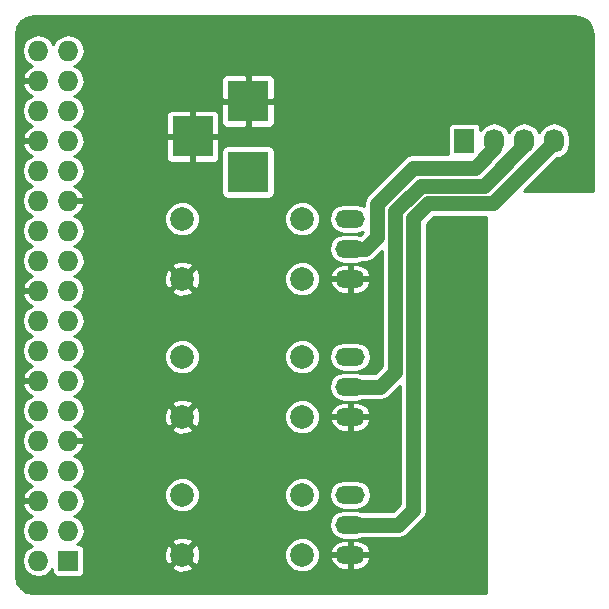
<source format=gbl>
G04 #@! TF.FileFunction,Copper,L2,Bot,Signal*
%FSLAX46Y46*%
G04 Gerber Fmt 4.6, Leading zero omitted, Abs format (unit mm)*
G04 Created by KiCad (PCBNEW (2015-08-15 BZR 6094)-product) date Mon 17 Aug 2015 18:02:55 BST*
%MOMM*%
G01*
G04 APERTURE LIST*
%ADD10C,0.100000*%
%ADD11R,3.500120X3.500120*%
%ADD12R,1.727200X2.032000*%
%ADD13O,1.727200X2.032000*%
%ADD14C,1.998980*%
%ADD15O,2.499360X1.501140*%
%ADD16R,1.727200X1.727200*%
%ADD17O,1.727200X1.727200*%
%ADD18C,1.270000*%
%ADD19C,0.254000*%
G04 APERTURE END LIST*
D10*
D11*
X110236000Y-73764140D03*
X110236000Y-67764660D03*
X105537000Y-70764400D03*
D12*
X128524000Y-71120000D03*
D13*
X131064000Y-71120000D03*
X133604000Y-71120000D03*
X136144000Y-71120000D03*
D14*
X114808000Y-77724000D03*
X104648000Y-77724000D03*
X114808000Y-89408000D03*
X104648000Y-89408000D03*
X114808000Y-101092000D03*
X104648000Y-101092000D03*
X114808000Y-82804000D03*
X104648000Y-82804000D03*
X114808000Y-94488000D03*
X104648000Y-94488000D03*
X114808000Y-106172000D03*
X104648000Y-106172000D03*
D15*
X118872000Y-80264000D03*
X118872000Y-77724000D03*
X118872000Y-82804000D03*
X118872000Y-91948000D03*
X118872000Y-89408000D03*
X118872000Y-94488000D03*
X118872000Y-103632000D03*
X118872000Y-101092000D03*
X118872000Y-106172000D03*
D16*
X94996000Y-106680000D03*
D17*
X92456000Y-106680000D03*
X94996000Y-104140000D03*
X92456000Y-104140000D03*
X94996000Y-101600000D03*
X92456000Y-101600000D03*
X94996000Y-99060000D03*
X92456000Y-99060000D03*
X94996000Y-96520000D03*
X92456000Y-96520000D03*
X94996000Y-93980000D03*
X92456000Y-93980000D03*
X94996000Y-91440000D03*
X92456000Y-91440000D03*
X94996000Y-88900000D03*
X92456000Y-88900000D03*
X94996000Y-86360000D03*
X92456000Y-86360000D03*
X94996000Y-83820000D03*
X92456000Y-83820000D03*
X94996000Y-81280000D03*
X92456000Y-81280000D03*
X94996000Y-78740000D03*
X92456000Y-78740000D03*
X94996000Y-76200000D03*
X92456000Y-76200000D03*
X94996000Y-73660000D03*
X92456000Y-73660000D03*
X94996000Y-71120000D03*
X92456000Y-71120000D03*
X94996000Y-68580000D03*
X92456000Y-68580000D03*
X94996000Y-66040000D03*
X92456000Y-66040000D03*
X94996000Y-63500000D03*
X92456000Y-63500000D03*
D18*
X131064000Y-71120000D02*
X131064000Y-71755000D01*
X131064000Y-71755000D02*
X129413000Y-73406000D01*
X129413000Y-73406000D02*
X124206000Y-73406000D01*
X124206000Y-73406000D02*
X121158000Y-76454000D01*
X121158000Y-76454000D02*
X121158000Y-79248000D01*
X121158000Y-79248000D02*
X120142000Y-80264000D01*
X120142000Y-80264000D02*
X118872000Y-80264000D01*
X133604000Y-71120000D02*
X133604000Y-71501000D01*
X121412000Y-91948000D02*
X118872000Y-91948000D01*
X122682000Y-90678000D02*
X121412000Y-91948000D01*
X122682000Y-77089000D02*
X122682000Y-90678000D01*
X124841000Y-74930000D02*
X122682000Y-77089000D01*
X130175000Y-74930000D02*
X124841000Y-74930000D01*
X133604000Y-71501000D02*
X130175000Y-74930000D01*
X136144000Y-71120000D02*
X136144000Y-71247000D01*
X122936000Y-103632000D02*
X118872000Y-103632000D01*
X124206000Y-102362000D02*
X122936000Y-103632000D01*
X124206000Y-77670002D02*
X124206000Y-102362000D01*
X125476000Y-76400002D02*
X124206000Y-77670002D01*
X130990998Y-76400002D02*
X125476000Y-76400002D01*
X136144000Y-71247000D02*
X130990998Y-76400002D01*
D19*
G36*
X138537893Y-60701415D02*
X138993894Y-61006106D01*
X139298585Y-61462107D01*
X139417000Y-62057421D01*
X139417000Y-75373000D01*
X133634446Y-75373000D01*
X136380665Y-72626781D01*
X136668889Y-72569450D01*
X137113868Y-72272125D01*
X137411193Y-71827146D01*
X137515600Y-71302257D01*
X137515600Y-70937743D01*
X137411193Y-70412854D01*
X137113868Y-69967875D01*
X136668889Y-69670550D01*
X136144000Y-69566143D01*
X135619111Y-69670550D01*
X135174132Y-69967875D01*
X134876807Y-70412854D01*
X134874000Y-70426966D01*
X134871193Y-70412854D01*
X134573868Y-69967875D01*
X134128889Y-69670550D01*
X133604000Y-69566143D01*
X133079111Y-69670550D01*
X132634132Y-69967875D01*
X132336807Y-70412854D01*
X132334000Y-70426966D01*
X132331193Y-70412854D01*
X132033868Y-69967875D01*
X131588889Y-69670550D01*
X131064000Y-69566143D01*
X130539111Y-69670550D01*
X130094132Y-69967875D01*
X129905552Y-70250105D01*
X129905552Y-70104000D01*
X129870130Y-69915747D01*
X129758872Y-69742847D01*
X129589112Y-69626855D01*
X129387600Y-69586048D01*
X127660400Y-69586048D01*
X127472147Y-69621470D01*
X127299247Y-69732728D01*
X127183255Y-69902488D01*
X127142448Y-70104000D01*
X127142448Y-72136000D01*
X127166345Y-72263000D01*
X124206000Y-72263000D01*
X123768593Y-72350006D01*
X123397777Y-72597777D01*
X120349777Y-75645777D01*
X120102006Y-76016593D01*
X120015000Y-76454000D01*
X120015000Y-76646640D01*
X119887179Y-76561233D01*
X119405545Y-76465430D01*
X118338455Y-76465430D01*
X117856821Y-76561233D01*
X117448512Y-76834057D01*
X117175688Y-77242366D01*
X117079885Y-77724000D01*
X117175688Y-78205634D01*
X117448512Y-78613943D01*
X117856821Y-78886767D01*
X118338455Y-78982570D01*
X119405545Y-78982570D01*
X119887179Y-78886767D01*
X119934217Y-78855337D01*
X119721314Y-79068240D01*
X119405545Y-79005430D01*
X118338455Y-79005430D01*
X117856821Y-79101233D01*
X117448512Y-79374057D01*
X117175688Y-79782366D01*
X117079885Y-80264000D01*
X117175688Y-80745634D01*
X117448512Y-81153943D01*
X117856821Y-81426767D01*
X118338455Y-81522570D01*
X119405545Y-81522570D01*
X119887179Y-81426767D01*
X119916762Y-81407000D01*
X120142000Y-81407000D01*
X120579407Y-81319994D01*
X120950223Y-81072223D01*
X121539000Y-80483446D01*
X121539000Y-90204554D01*
X120938554Y-90805000D01*
X119916762Y-90805000D01*
X119887179Y-90785233D01*
X119405545Y-90689430D01*
X118338455Y-90689430D01*
X117856821Y-90785233D01*
X117448512Y-91058057D01*
X117175688Y-91466366D01*
X117079885Y-91948000D01*
X117175688Y-92429634D01*
X117448512Y-92837943D01*
X117856821Y-93110767D01*
X118338455Y-93206570D01*
X119405545Y-93206570D01*
X119887179Y-93110767D01*
X119916762Y-93091000D01*
X121412000Y-93091000D01*
X121849407Y-93003994D01*
X122220223Y-92756223D01*
X123063000Y-91913446D01*
X123063000Y-101888554D01*
X122462554Y-102489000D01*
X119916762Y-102489000D01*
X119887179Y-102469233D01*
X119405545Y-102373430D01*
X118338455Y-102373430D01*
X117856821Y-102469233D01*
X117448512Y-102742057D01*
X117175688Y-103150366D01*
X117079885Y-103632000D01*
X117175688Y-104113634D01*
X117448512Y-104521943D01*
X117856821Y-104794767D01*
X118338455Y-104890570D01*
X119405545Y-104890570D01*
X119887179Y-104794767D01*
X119916762Y-104775000D01*
X122936000Y-104775000D01*
X123373407Y-104687994D01*
X123744223Y-104440223D01*
X125014223Y-103170223D01*
X125261994Y-102799407D01*
X125349000Y-102362000D01*
X125349000Y-78143448D01*
X125949446Y-77543002D01*
X130373000Y-77543002D01*
X130373000Y-109417000D01*
X92057421Y-109417000D01*
X91462107Y-109298585D01*
X91006106Y-108993894D01*
X90701415Y-108537893D01*
X90583000Y-107942578D01*
X90583000Y-63500000D01*
X91057529Y-63500000D01*
X91161936Y-64024889D01*
X91459261Y-64469868D01*
X91904240Y-64767193D01*
X91971423Y-64780556D01*
X91634129Y-64941891D01*
X91276462Y-65339996D01*
X91126973Y-65700920D01*
X91217897Y-65913000D01*
X92329000Y-65913000D01*
X92329000Y-65893000D01*
X92583000Y-65893000D01*
X92583000Y-65913000D01*
X92603000Y-65913000D01*
X92603000Y-66167000D01*
X92583000Y-66167000D01*
X92583000Y-66187000D01*
X92329000Y-66187000D01*
X92329000Y-66167000D01*
X91217897Y-66167000D01*
X91126973Y-66379080D01*
X91276462Y-66740004D01*
X91634129Y-67138109D01*
X91971423Y-67299444D01*
X91904240Y-67312807D01*
X91459261Y-67610132D01*
X91161936Y-68055111D01*
X91057529Y-68580000D01*
X91161936Y-69104889D01*
X91459261Y-69549868D01*
X91904240Y-69847193D01*
X91971423Y-69860556D01*
X91634129Y-70021891D01*
X91276462Y-70419996D01*
X91126973Y-70780920D01*
X91217897Y-70993000D01*
X92329000Y-70993000D01*
X92329000Y-70973000D01*
X92583000Y-70973000D01*
X92583000Y-70993000D01*
X92603000Y-70993000D01*
X92603000Y-71247000D01*
X92583000Y-71247000D01*
X92583000Y-71267000D01*
X92329000Y-71267000D01*
X92329000Y-71247000D01*
X91217897Y-71247000D01*
X91126973Y-71459080D01*
X91276462Y-71820004D01*
X91634129Y-72218109D01*
X91971423Y-72379444D01*
X91904240Y-72392807D01*
X91459261Y-72690132D01*
X91161936Y-73135111D01*
X91057529Y-73660000D01*
X91161936Y-74184889D01*
X91459261Y-74629868D01*
X91904240Y-74927193D01*
X91918352Y-74930000D01*
X91904240Y-74932807D01*
X91459261Y-75230132D01*
X91161936Y-75675111D01*
X91057529Y-76200000D01*
X91161936Y-76724889D01*
X91459261Y-77169868D01*
X91904240Y-77467193D01*
X91918352Y-77470000D01*
X91904240Y-77472807D01*
X91459261Y-77770132D01*
X91161936Y-78215111D01*
X91057529Y-78740000D01*
X91161936Y-79264889D01*
X91459261Y-79709868D01*
X91904240Y-80007193D01*
X91918352Y-80010000D01*
X91904240Y-80012807D01*
X91459261Y-80310132D01*
X91161936Y-80755111D01*
X91057529Y-81280000D01*
X91161936Y-81804889D01*
X91459261Y-82249868D01*
X91904240Y-82547193D01*
X91971423Y-82560556D01*
X91634129Y-82721891D01*
X91276462Y-83119996D01*
X91126973Y-83480920D01*
X91217897Y-83693000D01*
X92329000Y-83693000D01*
X92329000Y-83673000D01*
X92583000Y-83673000D01*
X92583000Y-83693000D01*
X92603000Y-83693000D01*
X92603000Y-83947000D01*
X92583000Y-83947000D01*
X92583000Y-83967000D01*
X92329000Y-83967000D01*
X92329000Y-83947000D01*
X91217897Y-83947000D01*
X91126973Y-84159080D01*
X91276462Y-84520004D01*
X91634129Y-84918109D01*
X91971423Y-85079444D01*
X91904240Y-85092807D01*
X91459261Y-85390132D01*
X91161936Y-85835111D01*
X91057529Y-86360000D01*
X91161936Y-86884889D01*
X91459261Y-87329868D01*
X91904240Y-87627193D01*
X91918352Y-87630000D01*
X91904240Y-87632807D01*
X91459261Y-87930132D01*
X91161936Y-88375111D01*
X91057529Y-88900000D01*
X91161936Y-89424889D01*
X91459261Y-89869868D01*
X91904240Y-90167193D01*
X91971423Y-90180556D01*
X91634129Y-90341891D01*
X91276462Y-90739996D01*
X91126973Y-91100920D01*
X91217897Y-91313000D01*
X92329000Y-91313000D01*
X92329000Y-91293000D01*
X92583000Y-91293000D01*
X92583000Y-91313000D01*
X92603000Y-91313000D01*
X92603000Y-91567000D01*
X92583000Y-91567000D01*
X92583000Y-91587000D01*
X92329000Y-91587000D01*
X92329000Y-91567000D01*
X91217897Y-91567000D01*
X91126973Y-91779080D01*
X91276462Y-92140004D01*
X91634129Y-92538109D01*
X91971423Y-92699444D01*
X91904240Y-92712807D01*
X91459261Y-93010132D01*
X91161936Y-93455111D01*
X91057529Y-93980000D01*
X91161936Y-94504889D01*
X91459261Y-94949868D01*
X91904240Y-95247193D01*
X91918352Y-95250000D01*
X91904240Y-95252807D01*
X91459261Y-95550132D01*
X91161936Y-95995111D01*
X91057529Y-96520000D01*
X91161936Y-97044889D01*
X91459261Y-97489868D01*
X91904240Y-97787193D01*
X91918352Y-97790000D01*
X91904240Y-97792807D01*
X91459261Y-98090132D01*
X91161936Y-98535111D01*
X91057529Y-99060000D01*
X91161936Y-99584889D01*
X91459261Y-100029868D01*
X91904240Y-100327193D01*
X91971423Y-100340556D01*
X91634129Y-100501891D01*
X91276462Y-100899996D01*
X91126973Y-101260920D01*
X91217897Y-101473000D01*
X92329000Y-101473000D01*
X92329000Y-101453000D01*
X92583000Y-101453000D01*
X92583000Y-101473000D01*
X92603000Y-101473000D01*
X92603000Y-101727000D01*
X92583000Y-101727000D01*
X92583000Y-101747000D01*
X92329000Y-101747000D01*
X92329000Y-101727000D01*
X91217897Y-101727000D01*
X91126973Y-101939080D01*
X91276462Y-102300004D01*
X91634129Y-102698109D01*
X91971423Y-102859444D01*
X91904240Y-102872807D01*
X91459261Y-103170132D01*
X91161936Y-103615111D01*
X91057529Y-104140000D01*
X91161936Y-104664889D01*
X91459261Y-105109868D01*
X91904240Y-105407193D01*
X91918352Y-105410000D01*
X91904240Y-105412807D01*
X91459261Y-105710132D01*
X91161936Y-106155111D01*
X91057529Y-106680000D01*
X91161936Y-107204889D01*
X91459261Y-107649868D01*
X91904240Y-107947193D01*
X92429129Y-108051600D01*
X92482871Y-108051600D01*
X93007760Y-107947193D01*
X93452739Y-107649868D01*
X93614448Y-107407853D01*
X93614448Y-107543600D01*
X93649870Y-107731853D01*
X93761128Y-107904753D01*
X93930888Y-108020745D01*
X94132400Y-108061552D01*
X95859600Y-108061552D01*
X96047853Y-108026130D01*
X96220753Y-107914872D01*
X96336745Y-107745112D01*
X96377552Y-107543600D01*
X96377552Y-107254787D01*
X103744818Y-107254787D01*
X103850396Y-107485874D01*
X104413908Y-107691092D01*
X105013059Y-107665041D01*
X105445604Y-107485874D01*
X105551182Y-107254787D01*
X104648000Y-106351605D01*
X103744818Y-107254787D01*
X96377552Y-107254787D01*
X96377552Y-105937908D01*
X103128908Y-105937908D01*
X103154959Y-106537059D01*
X103334126Y-106969604D01*
X103565213Y-107075182D01*
X104468395Y-106172000D01*
X104827605Y-106172000D01*
X105730787Y-107075182D01*
X105961874Y-106969604D01*
X106143620Y-106470543D01*
X113300249Y-106470543D01*
X113529267Y-107024809D01*
X113952961Y-107449242D01*
X114506826Y-107679227D01*
X115106543Y-107679751D01*
X115660809Y-107450733D01*
X116085242Y-107027039D01*
X116306863Y-106493315D01*
X117156027Y-106493315D01*
X117161522Y-106536300D01*
X117393144Y-106972140D01*
X117773923Y-107286166D01*
X118245890Y-107430570D01*
X118745000Y-107430570D01*
X118745000Y-106299000D01*
X118999000Y-106299000D01*
X118999000Y-107430570D01*
X119498110Y-107430570D01*
X119970077Y-107286166D01*
X120350856Y-106972140D01*
X120582478Y-106536300D01*
X120587973Y-106493315D01*
X120495531Y-106299000D01*
X118999000Y-106299000D01*
X118745000Y-106299000D01*
X117248469Y-106299000D01*
X117156027Y-106493315D01*
X116306863Y-106493315D01*
X116315227Y-106473174D01*
X116315751Y-105873457D01*
X116306342Y-105850685D01*
X117156027Y-105850685D01*
X117248469Y-106045000D01*
X118745000Y-106045000D01*
X118745000Y-104913430D01*
X118999000Y-104913430D01*
X118999000Y-106045000D01*
X120495531Y-106045000D01*
X120587973Y-105850685D01*
X120582478Y-105807700D01*
X120350856Y-105371860D01*
X119970077Y-105057834D01*
X119498110Y-104913430D01*
X118999000Y-104913430D01*
X118745000Y-104913430D01*
X118245890Y-104913430D01*
X117773923Y-105057834D01*
X117393144Y-105371860D01*
X117161522Y-105807700D01*
X117156027Y-105850685D01*
X116306342Y-105850685D01*
X116086733Y-105319191D01*
X115663039Y-104894758D01*
X115109174Y-104664773D01*
X114509457Y-104664249D01*
X113955191Y-104893267D01*
X113530758Y-105316961D01*
X113300773Y-105870826D01*
X113300249Y-106470543D01*
X106143620Y-106470543D01*
X106167092Y-106406092D01*
X106141041Y-105806941D01*
X105961874Y-105374396D01*
X105730787Y-105268818D01*
X104827605Y-106172000D01*
X104468395Y-106172000D01*
X103565213Y-105268818D01*
X103334126Y-105374396D01*
X103128908Y-105937908D01*
X96377552Y-105937908D01*
X96377552Y-105816400D01*
X96342130Y-105628147D01*
X96230872Y-105455247D01*
X96061112Y-105339255D01*
X95859600Y-105298448D01*
X95710509Y-105298448D01*
X95992739Y-105109868D01*
X96006540Y-105089213D01*
X103744818Y-105089213D01*
X104648000Y-105992395D01*
X105551182Y-105089213D01*
X105445604Y-104858126D01*
X104882092Y-104652908D01*
X104282941Y-104678959D01*
X103850396Y-104858126D01*
X103744818Y-105089213D01*
X96006540Y-105089213D01*
X96290064Y-104664889D01*
X96394471Y-104140000D01*
X96290064Y-103615111D01*
X95992739Y-103170132D01*
X95547760Y-102872807D01*
X95533648Y-102870000D01*
X95547760Y-102867193D01*
X95992739Y-102569868D01*
X96290064Y-102124889D01*
X96394471Y-101600000D01*
X96352808Y-101390543D01*
X103140249Y-101390543D01*
X103369267Y-101944809D01*
X103792961Y-102369242D01*
X104346826Y-102599227D01*
X104946543Y-102599751D01*
X105500809Y-102370733D01*
X105925242Y-101947039D01*
X106155227Y-101393174D01*
X106155229Y-101390543D01*
X113300249Y-101390543D01*
X113529267Y-101944809D01*
X113952961Y-102369242D01*
X114506826Y-102599227D01*
X115106543Y-102599751D01*
X115660809Y-102370733D01*
X116085242Y-101947039D01*
X116315227Y-101393174D01*
X116315490Y-101092000D01*
X117079885Y-101092000D01*
X117175688Y-101573634D01*
X117448512Y-101981943D01*
X117856821Y-102254767D01*
X118338455Y-102350570D01*
X119405545Y-102350570D01*
X119887179Y-102254767D01*
X120295488Y-101981943D01*
X120568312Y-101573634D01*
X120664115Y-101092000D01*
X120568312Y-100610366D01*
X120295488Y-100202057D01*
X119887179Y-99929233D01*
X119405545Y-99833430D01*
X118338455Y-99833430D01*
X117856821Y-99929233D01*
X117448512Y-100202057D01*
X117175688Y-100610366D01*
X117079885Y-101092000D01*
X116315490Y-101092000D01*
X116315751Y-100793457D01*
X116086733Y-100239191D01*
X115663039Y-99814758D01*
X115109174Y-99584773D01*
X114509457Y-99584249D01*
X113955191Y-99813267D01*
X113530758Y-100236961D01*
X113300773Y-100790826D01*
X113300249Y-101390543D01*
X106155229Y-101390543D01*
X106155751Y-100793457D01*
X105926733Y-100239191D01*
X105503039Y-99814758D01*
X104949174Y-99584773D01*
X104349457Y-99584249D01*
X103795191Y-99813267D01*
X103370758Y-100236961D01*
X103140773Y-100790826D01*
X103140249Y-101390543D01*
X96352808Y-101390543D01*
X96290064Y-101075111D01*
X95992739Y-100630132D01*
X95547760Y-100332807D01*
X95533648Y-100330000D01*
X95547760Y-100327193D01*
X95992739Y-100029868D01*
X96290064Y-99584889D01*
X96394471Y-99060000D01*
X96290064Y-98535111D01*
X95992739Y-98090132D01*
X95547760Y-97792807D01*
X95480577Y-97779444D01*
X95817871Y-97618109D01*
X96175538Y-97220004D01*
X96325027Y-96859080D01*
X96234103Y-96647000D01*
X95123000Y-96647000D01*
X95123000Y-96667000D01*
X94869000Y-96667000D01*
X94869000Y-96647000D01*
X94849000Y-96647000D01*
X94849000Y-96393000D01*
X94869000Y-96393000D01*
X94869000Y-96373000D01*
X95123000Y-96373000D01*
X95123000Y-96393000D01*
X96234103Y-96393000D01*
X96325027Y-96180920D01*
X96175538Y-95819996D01*
X95951643Y-95570787D01*
X103744818Y-95570787D01*
X103850396Y-95801874D01*
X104413908Y-96007092D01*
X105013059Y-95981041D01*
X105445604Y-95801874D01*
X105551182Y-95570787D01*
X104648000Y-94667605D01*
X103744818Y-95570787D01*
X95951643Y-95570787D01*
X95817871Y-95421891D01*
X95480577Y-95260556D01*
X95547760Y-95247193D01*
X95992739Y-94949868D01*
X96290064Y-94504889D01*
X96339987Y-94253908D01*
X103128908Y-94253908D01*
X103154959Y-94853059D01*
X103334126Y-95285604D01*
X103565213Y-95391182D01*
X104468395Y-94488000D01*
X104827605Y-94488000D01*
X105730787Y-95391182D01*
X105961874Y-95285604D01*
X106143620Y-94786543D01*
X113300249Y-94786543D01*
X113529267Y-95340809D01*
X113952961Y-95765242D01*
X114506826Y-95995227D01*
X115106543Y-95995751D01*
X115660809Y-95766733D01*
X116085242Y-95343039D01*
X116306863Y-94809315D01*
X117156027Y-94809315D01*
X117161522Y-94852300D01*
X117393144Y-95288140D01*
X117773923Y-95602166D01*
X118245890Y-95746570D01*
X118745000Y-95746570D01*
X118745000Y-94615000D01*
X118999000Y-94615000D01*
X118999000Y-95746570D01*
X119498110Y-95746570D01*
X119970077Y-95602166D01*
X120350856Y-95288140D01*
X120582478Y-94852300D01*
X120587973Y-94809315D01*
X120495531Y-94615000D01*
X118999000Y-94615000D01*
X118745000Y-94615000D01*
X117248469Y-94615000D01*
X117156027Y-94809315D01*
X116306863Y-94809315D01*
X116315227Y-94789174D01*
X116315751Y-94189457D01*
X116306342Y-94166685D01*
X117156027Y-94166685D01*
X117248469Y-94361000D01*
X118745000Y-94361000D01*
X118745000Y-93229430D01*
X118999000Y-93229430D01*
X118999000Y-94361000D01*
X120495531Y-94361000D01*
X120587973Y-94166685D01*
X120582478Y-94123700D01*
X120350856Y-93687860D01*
X119970077Y-93373834D01*
X119498110Y-93229430D01*
X118999000Y-93229430D01*
X118745000Y-93229430D01*
X118245890Y-93229430D01*
X117773923Y-93373834D01*
X117393144Y-93687860D01*
X117161522Y-94123700D01*
X117156027Y-94166685D01*
X116306342Y-94166685D01*
X116086733Y-93635191D01*
X115663039Y-93210758D01*
X115109174Y-92980773D01*
X114509457Y-92980249D01*
X113955191Y-93209267D01*
X113530758Y-93632961D01*
X113300773Y-94186826D01*
X113300249Y-94786543D01*
X106143620Y-94786543D01*
X106167092Y-94722092D01*
X106141041Y-94122941D01*
X105961874Y-93690396D01*
X105730787Y-93584818D01*
X104827605Y-94488000D01*
X104468395Y-94488000D01*
X103565213Y-93584818D01*
X103334126Y-93690396D01*
X103128908Y-94253908D01*
X96339987Y-94253908D01*
X96394471Y-93980000D01*
X96290064Y-93455111D01*
X96256724Y-93405213D01*
X103744818Y-93405213D01*
X104648000Y-94308395D01*
X105551182Y-93405213D01*
X105445604Y-93174126D01*
X104882092Y-92968908D01*
X104282941Y-92994959D01*
X103850396Y-93174126D01*
X103744818Y-93405213D01*
X96256724Y-93405213D01*
X95992739Y-93010132D01*
X95547760Y-92712807D01*
X95533648Y-92710000D01*
X95547760Y-92707193D01*
X95992739Y-92409868D01*
X96290064Y-91964889D01*
X96394471Y-91440000D01*
X96290064Y-90915111D01*
X95992739Y-90470132D01*
X95547760Y-90172807D01*
X95533648Y-90170000D01*
X95547760Y-90167193D01*
X95992739Y-89869868D01*
X96101869Y-89706543D01*
X103140249Y-89706543D01*
X103369267Y-90260809D01*
X103792961Y-90685242D01*
X104346826Y-90915227D01*
X104946543Y-90915751D01*
X105500809Y-90686733D01*
X105925242Y-90263039D01*
X106155227Y-89709174D01*
X106155229Y-89706543D01*
X113300249Y-89706543D01*
X113529267Y-90260809D01*
X113952961Y-90685242D01*
X114506826Y-90915227D01*
X115106543Y-90915751D01*
X115660809Y-90686733D01*
X116085242Y-90263039D01*
X116315227Y-89709174D01*
X116315490Y-89408000D01*
X117079885Y-89408000D01*
X117175688Y-89889634D01*
X117448512Y-90297943D01*
X117856821Y-90570767D01*
X118338455Y-90666570D01*
X119405545Y-90666570D01*
X119887179Y-90570767D01*
X120295488Y-90297943D01*
X120568312Y-89889634D01*
X120664115Y-89408000D01*
X120568312Y-88926366D01*
X120295488Y-88518057D01*
X119887179Y-88245233D01*
X119405545Y-88149430D01*
X118338455Y-88149430D01*
X117856821Y-88245233D01*
X117448512Y-88518057D01*
X117175688Y-88926366D01*
X117079885Y-89408000D01*
X116315490Y-89408000D01*
X116315751Y-89109457D01*
X116086733Y-88555191D01*
X115663039Y-88130758D01*
X115109174Y-87900773D01*
X114509457Y-87900249D01*
X113955191Y-88129267D01*
X113530758Y-88552961D01*
X113300773Y-89106826D01*
X113300249Y-89706543D01*
X106155229Y-89706543D01*
X106155751Y-89109457D01*
X105926733Y-88555191D01*
X105503039Y-88130758D01*
X104949174Y-87900773D01*
X104349457Y-87900249D01*
X103795191Y-88129267D01*
X103370758Y-88552961D01*
X103140773Y-89106826D01*
X103140249Y-89706543D01*
X96101869Y-89706543D01*
X96290064Y-89424889D01*
X96394471Y-88900000D01*
X96290064Y-88375111D01*
X95992739Y-87930132D01*
X95547760Y-87632807D01*
X95533648Y-87630000D01*
X95547760Y-87627193D01*
X95992739Y-87329868D01*
X96290064Y-86884889D01*
X96394471Y-86360000D01*
X96290064Y-85835111D01*
X95992739Y-85390132D01*
X95547760Y-85092807D01*
X95533648Y-85090000D01*
X95547760Y-85087193D01*
X95992739Y-84789868D01*
X96290064Y-84344889D01*
X96381186Y-83886787D01*
X103744818Y-83886787D01*
X103850396Y-84117874D01*
X104413908Y-84323092D01*
X105013059Y-84297041D01*
X105445604Y-84117874D01*
X105551182Y-83886787D01*
X104648000Y-82983605D01*
X103744818Y-83886787D01*
X96381186Y-83886787D01*
X96394471Y-83820000D01*
X96290064Y-83295111D01*
X95992739Y-82850132D01*
X95573354Y-82569908D01*
X103128908Y-82569908D01*
X103154959Y-83169059D01*
X103334126Y-83601604D01*
X103565213Y-83707182D01*
X104468395Y-82804000D01*
X104827605Y-82804000D01*
X105730787Y-83707182D01*
X105961874Y-83601604D01*
X106143620Y-83102543D01*
X113300249Y-83102543D01*
X113529267Y-83656809D01*
X113952961Y-84081242D01*
X114506826Y-84311227D01*
X115106543Y-84311751D01*
X115660809Y-84082733D01*
X116085242Y-83659039D01*
X116306863Y-83125315D01*
X117156027Y-83125315D01*
X117161522Y-83168300D01*
X117393144Y-83604140D01*
X117773923Y-83918166D01*
X118245890Y-84062570D01*
X118745000Y-84062570D01*
X118745000Y-82931000D01*
X118999000Y-82931000D01*
X118999000Y-84062570D01*
X119498110Y-84062570D01*
X119970077Y-83918166D01*
X120350856Y-83604140D01*
X120582478Y-83168300D01*
X120587973Y-83125315D01*
X120495531Y-82931000D01*
X118999000Y-82931000D01*
X118745000Y-82931000D01*
X117248469Y-82931000D01*
X117156027Y-83125315D01*
X116306863Y-83125315D01*
X116315227Y-83105174D01*
X116315751Y-82505457D01*
X116306342Y-82482685D01*
X117156027Y-82482685D01*
X117248469Y-82677000D01*
X118745000Y-82677000D01*
X118745000Y-81545430D01*
X118999000Y-81545430D01*
X118999000Y-82677000D01*
X120495531Y-82677000D01*
X120587973Y-82482685D01*
X120582478Y-82439700D01*
X120350856Y-82003860D01*
X119970077Y-81689834D01*
X119498110Y-81545430D01*
X118999000Y-81545430D01*
X118745000Y-81545430D01*
X118245890Y-81545430D01*
X117773923Y-81689834D01*
X117393144Y-82003860D01*
X117161522Y-82439700D01*
X117156027Y-82482685D01*
X116306342Y-82482685D01*
X116086733Y-81951191D01*
X115663039Y-81526758D01*
X115109174Y-81296773D01*
X114509457Y-81296249D01*
X113955191Y-81525267D01*
X113530758Y-81948961D01*
X113300773Y-82502826D01*
X113300249Y-83102543D01*
X106143620Y-83102543D01*
X106167092Y-83038092D01*
X106141041Y-82438941D01*
X105961874Y-82006396D01*
X105730787Y-81900818D01*
X104827605Y-82804000D01*
X104468395Y-82804000D01*
X103565213Y-81900818D01*
X103334126Y-82006396D01*
X103128908Y-82569908D01*
X95573354Y-82569908D01*
X95547760Y-82552807D01*
X95533648Y-82550000D01*
X95547760Y-82547193D01*
X95992739Y-82249868D01*
X96290064Y-81804889D01*
X96306708Y-81721213D01*
X103744818Y-81721213D01*
X104648000Y-82624395D01*
X105551182Y-81721213D01*
X105445604Y-81490126D01*
X104882092Y-81284908D01*
X104282941Y-81310959D01*
X103850396Y-81490126D01*
X103744818Y-81721213D01*
X96306708Y-81721213D01*
X96394471Y-81280000D01*
X96290064Y-80755111D01*
X95992739Y-80310132D01*
X95547760Y-80012807D01*
X95533648Y-80010000D01*
X95547760Y-80007193D01*
X95992739Y-79709868D01*
X96290064Y-79264889D01*
X96394471Y-78740000D01*
X96290064Y-78215111D01*
X96161395Y-78022543D01*
X103140249Y-78022543D01*
X103369267Y-78576809D01*
X103792961Y-79001242D01*
X104346826Y-79231227D01*
X104946543Y-79231751D01*
X105500809Y-79002733D01*
X105925242Y-78579039D01*
X106155227Y-78025174D01*
X106155229Y-78022543D01*
X113300249Y-78022543D01*
X113529267Y-78576809D01*
X113952961Y-79001242D01*
X114506826Y-79231227D01*
X115106543Y-79231751D01*
X115660809Y-79002733D01*
X116085242Y-78579039D01*
X116315227Y-78025174D01*
X116315751Y-77425457D01*
X116086733Y-76871191D01*
X115663039Y-76446758D01*
X115109174Y-76216773D01*
X114509457Y-76216249D01*
X113955191Y-76445267D01*
X113530758Y-76868961D01*
X113300773Y-77422826D01*
X113300249Y-78022543D01*
X106155229Y-78022543D01*
X106155751Y-77425457D01*
X105926733Y-76871191D01*
X105503039Y-76446758D01*
X104949174Y-76216773D01*
X104349457Y-76216249D01*
X103795191Y-76445267D01*
X103370758Y-76868961D01*
X103140773Y-77422826D01*
X103140249Y-78022543D01*
X96161395Y-78022543D01*
X95992739Y-77770132D01*
X95547760Y-77472807D01*
X95480577Y-77459444D01*
X95817871Y-77298109D01*
X96175538Y-76900004D01*
X96325027Y-76539080D01*
X96234103Y-76327000D01*
X95123000Y-76327000D01*
X95123000Y-76347000D01*
X94869000Y-76347000D01*
X94869000Y-76327000D01*
X94849000Y-76327000D01*
X94849000Y-76073000D01*
X94869000Y-76073000D01*
X94869000Y-76053000D01*
X95123000Y-76053000D01*
X95123000Y-76073000D01*
X96234103Y-76073000D01*
X96325027Y-75860920D01*
X96175538Y-75499996D01*
X95817871Y-75101891D01*
X95480577Y-74940556D01*
X95547760Y-74927193D01*
X95992739Y-74629868D01*
X96290064Y-74184889D01*
X96394471Y-73660000D01*
X96290064Y-73135111D01*
X95992739Y-72690132D01*
X95547760Y-72392807D01*
X95533648Y-72390000D01*
X95547760Y-72387193D01*
X95992739Y-72089868D01*
X96290064Y-71644889D01*
X96394471Y-71120000D01*
X96374262Y-71018400D01*
X103278940Y-71018400D01*
X103278940Y-72615507D01*
X103356278Y-72802218D01*
X103499181Y-72945121D01*
X103685892Y-73022460D01*
X105283000Y-73022460D01*
X105410000Y-72895460D01*
X105410000Y-70891400D01*
X105664000Y-70891400D01*
X105664000Y-72895460D01*
X105791000Y-73022460D01*
X107388108Y-73022460D01*
X107574819Y-72945121D01*
X107717722Y-72802218D01*
X107795060Y-72615507D01*
X107795060Y-72014080D01*
X107967988Y-72014080D01*
X107967988Y-75514200D01*
X108003410Y-75702453D01*
X108114668Y-75875353D01*
X108284428Y-75991345D01*
X108485940Y-76032152D01*
X111986060Y-76032152D01*
X112174313Y-75996730D01*
X112347213Y-75885472D01*
X112463205Y-75715712D01*
X112504012Y-75514200D01*
X112504012Y-72014080D01*
X112468590Y-71825827D01*
X112357332Y-71652927D01*
X112187572Y-71536935D01*
X111986060Y-71496128D01*
X108485940Y-71496128D01*
X108297687Y-71531550D01*
X108124787Y-71642808D01*
X108008795Y-71812568D01*
X107967988Y-72014080D01*
X107795060Y-72014080D01*
X107795060Y-71018400D01*
X107668060Y-70891400D01*
X105664000Y-70891400D01*
X105410000Y-70891400D01*
X103405940Y-70891400D01*
X103278940Y-71018400D01*
X96374262Y-71018400D01*
X96290064Y-70595111D01*
X95992739Y-70150132D01*
X95547760Y-69852807D01*
X95533648Y-69850000D01*
X95547760Y-69847193D01*
X95992739Y-69549868D01*
X96290064Y-69104889D01*
X96328174Y-68913293D01*
X103278940Y-68913293D01*
X103278940Y-70510400D01*
X103405940Y-70637400D01*
X105410000Y-70637400D01*
X105410000Y-68633340D01*
X105664000Y-68633340D01*
X105664000Y-70637400D01*
X107668060Y-70637400D01*
X107795060Y-70510400D01*
X107795060Y-68913293D01*
X107717722Y-68726582D01*
X107574819Y-68583679D01*
X107388108Y-68506340D01*
X105791000Y-68506340D01*
X105664000Y-68633340D01*
X105410000Y-68633340D01*
X105283000Y-68506340D01*
X103685892Y-68506340D01*
X103499181Y-68583679D01*
X103356278Y-68726582D01*
X103278940Y-68913293D01*
X96328174Y-68913293D01*
X96394471Y-68580000D01*
X96290064Y-68055111D01*
X96265709Y-68018660D01*
X107977940Y-68018660D01*
X107977940Y-69615767D01*
X108055278Y-69802478D01*
X108198181Y-69945381D01*
X108384892Y-70022720D01*
X109982000Y-70022720D01*
X110109000Y-69895720D01*
X110109000Y-67891660D01*
X110363000Y-67891660D01*
X110363000Y-69895720D01*
X110490000Y-70022720D01*
X112087108Y-70022720D01*
X112273819Y-69945381D01*
X112416722Y-69802478D01*
X112494060Y-69615767D01*
X112494060Y-68018660D01*
X112367060Y-67891660D01*
X110363000Y-67891660D01*
X110109000Y-67891660D01*
X108104940Y-67891660D01*
X107977940Y-68018660D01*
X96265709Y-68018660D01*
X95992739Y-67610132D01*
X95547760Y-67312807D01*
X95533648Y-67310000D01*
X95547760Y-67307193D01*
X95992739Y-67009868D01*
X96290064Y-66564889D01*
X96394471Y-66040000D01*
X96369320Y-65913553D01*
X107977940Y-65913553D01*
X107977940Y-67510660D01*
X108104940Y-67637660D01*
X110109000Y-67637660D01*
X110109000Y-65633600D01*
X110363000Y-65633600D01*
X110363000Y-67637660D01*
X112367060Y-67637660D01*
X112494060Y-67510660D01*
X112494060Y-65913553D01*
X112416722Y-65726842D01*
X112273819Y-65583939D01*
X112087108Y-65506600D01*
X110490000Y-65506600D01*
X110363000Y-65633600D01*
X110109000Y-65633600D01*
X109982000Y-65506600D01*
X108384892Y-65506600D01*
X108198181Y-65583939D01*
X108055278Y-65726842D01*
X107977940Y-65913553D01*
X96369320Y-65913553D01*
X96290064Y-65515111D01*
X95992739Y-65070132D01*
X95547760Y-64772807D01*
X95533648Y-64770000D01*
X95547760Y-64767193D01*
X95992739Y-64469868D01*
X96290064Y-64024889D01*
X96394471Y-63500000D01*
X96290064Y-62975111D01*
X95992739Y-62530132D01*
X95547760Y-62232807D01*
X95022871Y-62128400D01*
X94969129Y-62128400D01*
X94444240Y-62232807D01*
X93999261Y-62530132D01*
X93726000Y-62939097D01*
X93452739Y-62530132D01*
X93007760Y-62232807D01*
X92482871Y-62128400D01*
X92429129Y-62128400D01*
X91904240Y-62232807D01*
X91459261Y-62530132D01*
X91161936Y-62975111D01*
X91057529Y-63500000D01*
X90583000Y-63500000D01*
X90583000Y-62057422D01*
X90701415Y-61462107D01*
X91006106Y-61006106D01*
X91462107Y-60701415D01*
X92057421Y-60583000D01*
X137942578Y-60583000D01*
X138537893Y-60701415D01*
X138537893Y-60701415D01*
G37*
X138537893Y-60701415D02*
X138993894Y-61006106D01*
X139298585Y-61462107D01*
X139417000Y-62057421D01*
X139417000Y-75373000D01*
X133634446Y-75373000D01*
X136380665Y-72626781D01*
X136668889Y-72569450D01*
X137113868Y-72272125D01*
X137411193Y-71827146D01*
X137515600Y-71302257D01*
X137515600Y-70937743D01*
X137411193Y-70412854D01*
X137113868Y-69967875D01*
X136668889Y-69670550D01*
X136144000Y-69566143D01*
X135619111Y-69670550D01*
X135174132Y-69967875D01*
X134876807Y-70412854D01*
X134874000Y-70426966D01*
X134871193Y-70412854D01*
X134573868Y-69967875D01*
X134128889Y-69670550D01*
X133604000Y-69566143D01*
X133079111Y-69670550D01*
X132634132Y-69967875D01*
X132336807Y-70412854D01*
X132334000Y-70426966D01*
X132331193Y-70412854D01*
X132033868Y-69967875D01*
X131588889Y-69670550D01*
X131064000Y-69566143D01*
X130539111Y-69670550D01*
X130094132Y-69967875D01*
X129905552Y-70250105D01*
X129905552Y-70104000D01*
X129870130Y-69915747D01*
X129758872Y-69742847D01*
X129589112Y-69626855D01*
X129387600Y-69586048D01*
X127660400Y-69586048D01*
X127472147Y-69621470D01*
X127299247Y-69732728D01*
X127183255Y-69902488D01*
X127142448Y-70104000D01*
X127142448Y-72136000D01*
X127166345Y-72263000D01*
X124206000Y-72263000D01*
X123768593Y-72350006D01*
X123397777Y-72597777D01*
X120349777Y-75645777D01*
X120102006Y-76016593D01*
X120015000Y-76454000D01*
X120015000Y-76646640D01*
X119887179Y-76561233D01*
X119405545Y-76465430D01*
X118338455Y-76465430D01*
X117856821Y-76561233D01*
X117448512Y-76834057D01*
X117175688Y-77242366D01*
X117079885Y-77724000D01*
X117175688Y-78205634D01*
X117448512Y-78613943D01*
X117856821Y-78886767D01*
X118338455Y-78982570D01*
X119405545Y-78982570D01*
X119887179Y-78886767D01*
X119934217Y-78855337D01*
X119721314Y-79068240D01*
X119405545Y-79005430D01*
X118338455Y-79005430D01*
X117856821Y-79101233D01*
X117448512Y-79374057D01*
X117175688Y-79782366D01*
X117079885Y-80264000D01*
X117175688Y-80745634D01*
X117448512Y-81153943D01*
X117856821Y-81426767D01*
X118338455Y-81522570D01*
X119405545Y-81522570D01*
X119887179Y-81426767D01*
X119916762Y-81407000D01*
X120142000Y-81407000D01*
X120579407Y-81319994D01*
X120950223Y-81072223D01*
X121539000Y-80483446D01*
X121539000Y-90204554D01*
X120938554Y-90805000D01*
X119916762Y-90805000D01*
X119887179Y-90785233D01*
X119405545Y-90689430D01*
X118338455Y-90689430D01*
X117856821Y-90785233D01*
X117448512Y-91058057D01*
X117175688Y-91466366D01*
X117079885Y-91948000D01*
X117175688Y-92429634D01*
X117448512Y-92837943D01*
X117856821Y-93110767D01*
X118338455Y-93206570D01*
X119405545Y-93206570D01*
X119887179Y-93110767D01*
X119916762Y-93091000D01*
X121412000Y-93091000D01*
X121849407Y-93003994D01*
X122220223Y-92756223D01*
X123063000Y-91913446D01*
X123063000Y-101888554D01*
X122462554Y-102489000D01*
X119916762Y-102489000D01*
X119887179Y-102469233D01*
X119405545Y-102373430D01*
X118338455Y-102373430D01*
X117856821Y-102469233D01*
X117448512Y-102742057D01*
X117175688Y-103150366D01*
X117079885Y-103632000D01*
X117175688Y-104113634D01*
X117448512Y-104521943D01*
X117856821Y-104794767D01*
X118338455Y-104890570D01*
X119405545Y-104890570D01*
X119887179Y-104794767D01*
X119916762Y-104775000D01*
X122936000Y-104775000D01*
X123373407Y-104687994D01*
X123744223Y-104440223D01*
X125014223Y-103170223D01*
X125261994Y-102799407D01*
X125349000Y-102362000D01*
X125349000Y-78143448D01*
X125949446Y-77543002D01*
X130373000Y-77543002D01*
X130373000Y-109417000D01*
X92057421Y-109417000D01*
X91462107Y-109298585D01*
X91006106Y-108993894D01*
X90701415Y-108537893D01*
X90583000Y-107942578D01*
X90583000Y-63500000D01*
X91057529Y-63500000D01*
X91161936Y-64024889D01*
X91459261Y-64469868D01*
X91904240Y-64767193D01*
X91971423Y-64780556D01*
X91634129Y-64941891D01*
X91276462Y-65339996D01*
X91126973Y-65700920D01*
X91217897Y-65913000D01*
X92329000Y-65913000D01*
X92329000Y-65893000D01*
X92583000Y-65893000D01*
X92583000Y-65913000D01*
X92603000Y-65913000D01*
X92603000Y-66167000D01*
X92583000Y-66167000D01*
X92583000Y-66187000D01*
X92329000Y-66187000D01*
X92329000Y-66167000D01*
X91217897Y-66167000D01*
X91126973Y-66379080D01*
X91276462Y-66740004D01*
X91634129Y-67138109D01*
X91971423Y-67299444D01*
X91904240Y-67312807D01*
X91459261Y-67610132D01*
X91161936Y-68055111D01*
X91057529Y-68580000D01*
X91161936Y-69104889D01*
X91459261Y-69549868D01*
X91904240Y-69847193D01*
X91971423Y-69860556D01*
X91634129Y-70021891D01*
X91276462Y-70419996D01*
X91126973Y-70780920D01*
X91217897Y-70993000D01*
X92329000Y-70993000D01*
X92329000Y-70973000D01*
X92583000Y-70973000D01*
X92583000Y-70993000D01*
X92603000Y-70993000D01*
X92603000Y-71247000D01*
X92583000Y-71247000D01*
X92583000Y-71267000D01*
X92329000Y-71267000D01*
X92329000Y-71247000D01*
X91217897Y-71247000D01*
X91126973Y-71459080D01*
X91276462Y-71820004D01*
X91634129Y-72218109D01*
X91971423Y-72379444D01*
X91904240Y-72392807D01*
X91459261Y-72690132D01*
X91161936Y-73135111D01*
X91057529Y-73660000D01*
X91161936Y-74184889D01*
X91459261Y-74629868D01*
X91904240Y-74927193D01*
X91918352Y-74930000D01*
X91904240Y-74932807D01*
X91459261Y-75230132D01*
X91161936Y-75675111D01*
X91057529Y-76200000D01*
X91161936Y-76724889D01*
X91459261Y-77169868D01*
X91904240Y-77467193D01*
X91918352Y-77470000D01*
X91904240Y-77472807D01*
X91459261Y-77770132D01*
X91161936Y-78215111D01*
X91057529Y-78740000D01*
X91161936Y-79264889D01*
X91459261Y-79709868D01*
X91904240Y-80007193D01*
X91918352Y-80010000D01*
X91904240Y-80012807D01*
X91459261Y-80310132D01*
X91161936Y-80755111D01*
X91057529Y-81280000D01*
X91161936Y-81804889D01*
X91459261Y-82249868D01*
X91904240Y-82547193D01*
X91971423Y-82560556D01*
X91634129Y-82721891D01*
X91276462Y-83119996D01*
X91126973Y-83480920D01*
X91217897Y-83693000D01*
X92329000Y-83693000D01*
X92329000Y-83673000D01*
X92583000Y-83673000D01*
X92583000Y-83693000D01*
X92603000Y-83693000D01*
X92603000Y-83947000D01*
X92583000Y-83947000D01*
X92583000Y-83967000D01*
X92329000Y-83967000D01*
X92329000Y-83947000D01*
X91217897Y-83947000D01*
X91126973Y-84159080D01*
X91276462Y-84520004D01*
X91634129Y-84918109D01*
X91971423Y-85079444D01*
X91904240Y-85092807D01*
X91459261Y-85390132D01*
X91161936Y-85835111D01*
X91057529Y-86360000D01*
X91161936Y-86884889D01*
X91459261Y-87329868D01*
X91904240Y-87627193D01*
X91918352Y-87630000D01*
X91904240Y-87632807D01*
X91459261Y-87930132D01*
X91161936Y-88375111D01*
X91057529Y-88900000D01*
X91161936Y-89424889D01*
X91459261Y-89869868D01*
X91904240Y-90167193D01*
X91971423Y-90180556D01*
X91634129Y-90341891D01*
X91276462Y-90739996D01*
X91126973Y-91100920D01*
X91217897Y-91313000D01*
X92329000Y-91313000D01*
X92329000Y-91293000D01*
X92583000Y-91293000D01*
X92583000Y-91313000D01*
X92603000Y-91313000D01*
X92603000Y-91567000D01*
X92583000Y-91567000D01*
X92583000Y-91587000D01*
X92329000Y-91587000D01*
X92329000Y-91567000D01*
X91217897Y-91567000D01*
X91126973Y-91779080D01*
X91276462Y-92140004D01*
X91634129Y-92538109D01*
X91971423Y-92699444D01*
X91904240Y-92712807D01*
X91459261Y-93010132D01*
X91161936Y-93455111D01*
X91057529Y-93980000D01*
X91161936Y-94504889D01*
X91459261Y-94949868D01*
X91904240Y-95247193D01*
X91918352Y-95250000D01*
X91904240Y-95252807D01*
X91459261Y-95550132D01*
X91161936Y-95995111D01*
X91057529Y-96520000D01*
X91161936Y-97044889D01*
X91459261Y-97489868D01*
X91904240Y-97787193D01*
X91918352Y-97790000D01*
X91904240Y-97792807D01*
X91459261Y-98090132D01*
X91161936Y-98535111D01*
X91057529Y-99060000D01*
X91161936Y-99584889D01*
X91459261Y-100029868D01*
X91904240Y-100327193D01*
X91971423Y-100340556D01*
X91634129Y-100501891D01*
X91276462Y-100899996D01*
X91126973Y-101260920D01*
X91217897Y-101473000D01*
X92329000Y-101473000D01*
X92329000Y-101453000D01*
X92583000Y-101453000D01*
X92583000Y-101473000D01*
X92603000Y-101473000D01*
X92603000Y-101727000D01*
X92583000Y-101727000D01*
X92583000Y-101747000D01*
X92329000Y-101747000D01*
X92329000Y-101727000D01*
X91217897Y-101727000D01*
X91126973Y-101939080D01*
X91276462Y-102300004D01*
X91634129Y-102698109D01*
X91971423Y-102859444D01*
X91904240Y-102872807D01*
X91459261Y-103170132D01*
X91161936Y-103615111D01*
X91057529Y-104140000D01*
X91161936Y-104664889D01*
X91459261Y-105109868D01*
X91904240Y-105407193D01*
X91918352Y-105410000D01*
X91904240Y-105412807D01*
X91459261Y-105710132D01*
X91161936Y-106155111D01*
X91057529Y-106680000D01*
X91161936Y-107204889D01*
X91459261Y-107649868D01*
X91904240Y-107947193D01*
X92429129Y-108051600D01*
X92482871Y-108051600D01*
X93007760Y-107947193D01*
X93452739Y-107649868D01*
X93614448Y-107407853D01*
X93614448Y-107543600D01*
X93649870Y-107731853D01*
X93761128Y-107904753D01*
X93930888Y-108020745D01*
X94132400Y-108061552D01*
X95859600Y-108061552D01*
X96047853Y-108026130D01*
X96220753Y-107914872D01*
X96336745Y-107745112D01*
X96377552Y-107543600D01*
X96377552Y-107254787D01*
X103744818Y-107254787D01*
X103850396Y-107485874D01*
X104413908Y-107691092D01*
X105013059Y-107665041D01*
X105445604Y-107485874D01*
X105551182Y-107254787D01*
X104648000Y-106351605D01*
X103744818Y-107254787D01*
X96377552Y-107254787D01*
X96377552Y-105937908D01*
X103128908Y-105937908D01*
X103154959Y-106537059D01*
X103334126Y-106969604D01*
X103565213Y-107075182D01*
X104468395Y-106172000D01*
X104827605Y-106172000D01*
X105730787Y-107075182D01*
X105961874Y-106969604D01*
X106143620Y-106470543D01*
X113300249Y-106470543D01*
X113529267Y-107024809D01*
X113952961Y-107449242D01*
X114506826Y-107679227D01*
X115106543Y-107679751D01*
X115660809Y-107450733D01*
X116085242Y-107027039D01*
X116306863Y-106493315D01*
X117156027Y-106493315D01*
X117161522Y-106536300D01*
X117393144Y-106972140D01*
X117773923Y-107286166D01*
X118245890Y-107430570D01*
X118745000Y-107430570D01*
X118745000Y-106299000D01*
X118999000Y-106299000D01*
X118999000Y-107430570D01*
X119498110Y-107430570D01*
X119970077Y-107286166D01*
X120350856Y-106972140D01*
X120582478Y-106536300D01*
X120587973Y-106493315D01*
X120495531Y-106299000D01*
X118999000Y-106299000D01*
X118745000Y-106299000D01*
X117248469Y-106299000D01*
X117156027Y-106493315D01*
X116306863Y-106493315D01*
X116315227Y-106473174D01*
X116315751Y-105873457D01*
X116306342Y-105850685D01*
X117156027Y-105850685D01*
X117248469Y-106045000D01*
X118745000Y-106045000D01*
X118745000Y-104913430D01*
X118999000Y-104913430D01*
X118999000Y-106045000D01*
X120495531Y-106045000D01*
X120587973Y-105850685D01*
X120582478Y-105807700D01*
X120350856Y-105371860D01*
X119970077Y-105057834D01*
X119498110Y-104913430D01*
X118999000Y-104913430D01*
X118745000Y-104913430D01*
X118245890Y-104913430D01*
X117773923Y-105057834D01*
X117393144Y-105371860D01*
X117161522Y-105807700D01*
X117156027Y-105850685D01*
X116306342Y-105850685D01*
X116086733Y-105319191D01*
X115663039Y-104894758D01*
X115109174Y-104664773D01*
X114509457Y-104664249D01*
X113955191Y-104893267D01*
X113530758Y-105316961D01*
X113300773Y-105870826D01*
X113300249Y-106470543D01*
X106143620Y-106470543D01*
X106167092Y-106406092D01*
X106141041Y-105806941D01*
X105961874Y-105374396D01*
X105730787Y-105268818D01*
X104827605Y-106172000D01*
X104468395Y-106172000D01*
X103565213Y-105268818D01*
X103334126Y-105374396D01*
X103128908Y-105937908D01*
X96377552Y-105937908D01*
X96377552Y-105816400D01*
X96342130Y-105628147D01*
X96230872Y-105455247D01*
X96061112Y-105339255D01*
X95859600Y-105298448D01*
X95710509Y-105298448D01*
X95992739Y-105109868D01*
X96006540Y-105089213D01*
X103744818Y-105089213D01*
X104648000Y-105992395D01*
X105551182Y-105089213D01*
X105445604Y-104858126D01*
X104882092Y-104652908D01*
X104282941Y-104678959D01*
X103850396Y-104858126D01*
X103744818Y-105089213D01*
X96006540Y-105089213D01*
X96290064Y-104664889D01*
X96394471Y-104140000D01*
X96290064Y-103615111D01*
X95992739Y-103170132D01*
X95547760Y-102872807D01*
X95533648Y-102870000D01*
X95547760Y-102867193D01*
X95992739Y-102569868D01*
X96290064Y-102124889D01*
X96394471Y-101600000D01*
X96352808Y-101390543D01*
X103140249Y-101390543D01*
X103369267Y-101944809D01*
X103792961Y-102369242D01*
X104346826Y-102599227D01*
X104946543Y-102599751D01*
X105500809Y-102370733D01*
X105925242Y-101947039D01*
X106155227Y-101393174D01*
X106155229Y-101390543D01*
X113300249Y-101390543D01*
X113529267Y-101944809D01*
X113952961Y-102369242D01*
X114506826Y-102599227D01*
X115106543Y-102599751D01*
X115660809Y-102370733D01*
X116085242Y-101947039D01*
X116315227Y-101393174D01*
X116315490Y-101092000D01*
X117079885Y-101092000D01*
X117175688Y-101573634D01*
X117448512Y-101981943D01*
X117856821Y-102254767D01*
X118338455Y-102350570D01*
X119405545Y-102350570D01*
X119887179Y-102254767D01*
X120295488Y-101981943D01*
X120568312Y-101573634D01*
X120664115Y-101092000D01*
X120568312Y-100610366D01*
X120295488Y-100202057D01*
X119887179Y-99929233D01*
X119405545Y-99833430D01*
X118338455Y-99833430D01*
X117856821Y-99929233D01*
X117448512Y-100202057D01*
X117175688Y-100610366D01*
X117079885Y-101092000D01*
X116315490Y-101092000D01*
X116315751Y-100793457D01*
X116086733Y-100239191D01*
X115663039Y-99814758D01*
X115109174Y-99584773D01*
X114509457Y-99584249D01*
X113955191Y-99813267D01*
X113530758Y-100236961D01*
X113300773Y-100790826D01*
X113300249Y-101390543D01*
X106155229Y-101390543D01*
X106155751Y-100793457D01*
X105926733Y-100239191D01*
X105503039Y-99814758D01*
X104949174Y-99584773D01*
X104349457Y-99584249D01*
X103795191Y-99813267D01*
X103370758Y-100236961D01*
X103140773Y-100790826D01*
X103140249Y-101390543D01*
X96352808Y-101390543D01*
X96290064Y-101075111D01*
X95992739Y-100630132D01*
X95547760Y-100332807D01*
X95533648Y-100330000D01*
X95547760Y-100327193D01*
X95992739Y-100029868D01*
X96290064Y-99584889D01*
X96394471Y-99060000D01*
X96290064Y-98535111D01*
X95992739Y-98090132D01*
X95547760Y-97792807D01*
X95480577Y-97779444D01*
X95817871Y-97618109D01*
X96175538Y-97220004D01*
X96325027Y-96859080D01*
X96234103Y-96647000D01*
X95123000Y-96647000D01*
X95123000Y-96667000D01*
X94869000Y-96667000D01*
X94869000Y-96647000D01*
X94849000Y-96647000D01*
X94849000Y-96393000D01*
X94869000Y-96393000D01*
X94869000Y-96373000D01*
X95123000Y-96373000D01*
X95123000Y-96393000D01*
X96234103Y-96393000D01*
X96325027Y-96180920D01*
X96175538Y-95819996D01*
X95951643Y-95570787D01*
X103744818Y-95570787D01*
X103850396Y-95801874D01*
X104413908Y-96007092D01*
X105013059Y-95981041D01*
X105445604Y-95801874D01*
X105551182Y-95570787D01*
X104648000Y-94667605D01*
X103744818Y-95570787D01*
X95951643Y-95570787D01*
X95817871Y-95421891D01*
X95480577Y-95260556D01*
X95547760Y-95247193D01*
X95992739Y-94949868D01*
X96290064Y-94504889D01*
X96339987Y-94253908D01*
X103128908Y-94253908D01*
X103154959Y-94853059D01*
X103334126Y-95285604D01*
X103565213Y-95391182D01*
X104468395Y-94488000D01*
X104827605Y-94488000D01*
X105730787Y-95391182D01*
X105961874Y-95285604D01*
X106143620Y-94786543D01*
X113300249Y-94786543D01*
X113529267Y-95340809D01*
X113952961Y-95765242D01*
X114506826Y-95995227D01*
X115106543Y-95995751D01*
X115660809Y-95766733D01*
X116085242Y-95343039D01*
X116306863Y-94809315D01*
X117156027Y-94809315D01*
X117161522Y-94852300D01*
X117393144Y-95288140D01*
X117773923Y-95602166D01*
X118245890Y-95746570D01*
X118745000Y-95746570D01*
X118745000Y-94615000D01*
X118999000Y-94615000D01*
X118999000Y-95746570D01*
X119498110Y-95746570D01*
X119970077Y-95602166D01*
X120350856Y-95288140D01*
X120582478Y-94852300D01*
X120587973Y-94809315D01*
X120495531Y-94615000D01*
X118999000Y-94615000D01*
X118745000Y-94615000D01*
X117248469Y-94615000D01*
X117156027Y-94809315D01*
X116306863Y-94809315D01*
X116315227Y-94789174D01*
X116315751Y-94189457D01*
X116306342Y-94166685D01*
X117156027Y-94166685D01*
X117248469Y-94361000D01*
X118745000Y-94361000D01*
X118745000Y-93229430D01*
X118999000Y-93229430D01*
X118999000Y-94361000D01*
X120495531Y-94361000D01*
X120587973Y-94166685D01*
X120582478Y-94123700D01*
X120350856Y-93687860D01*
X119970077Y-93373834D01*
X119498110Y-93229430D01*
X118999000Y-93229430D01*
X118745000Y-93229430D01*
X118245890Y-93229430D01*
X117773923Y-93373834D01*
X117393144Y-93687860D01*
X117161522Y-94123700D01*
X117156027Y-94166685D01*
X116306342Y-94166685D01*
X116086733Y-93635191D01*
X115663039Y-93210758D01*
X115109174Y-92980773D01*
X114509457Y-92980249D01*
X113955191Y-93209267D01*
X113530758Y-93632961D01*
X113300773Y-94186826D01*
X113300249Y-94786543D01*
X106143620Y-94786543D01*
X106167092Y-94722092D01*
X106141041Y-94122941D01*
X105961874Y-93690396D01*
X105730787Y-93584818D01*
X104827605Y-94488000D01*
X104468395Y-94488000D01*
X103565213Y-93584818D01*
X103334126Y-93690396D01*
X103128908Y-94253908D01*
X96339987Y-94253908D01*
X96394471Y-93980000D01*
X96290064Y-93455111D01*
X96256724Y-93405213D01*
X103744818Y-93405213D01*
X104648000Y-94308395D01*
X105551182Y-93405213D01*
X105445604Y-93174126D01*
X104882092Y-92968908D01*
X104282941Y-92994959D01*
X103850396Y-93174126D01*
X103744818Y-93405213D01*
X96256724Y-93405213D01*
X95992739Y-93010132D01*
X95547760Y-92712807D01*
X95533648Y-92710000D01*
X95547760Y-92707193D01*
X95992739Y-92409868D01*
X96290064Y-91964889D01*
X96394471Y-91440000D01*
X96290064Y-90915111D01*
X95992739Y-90470132D01*
X95547760Y-90172807D01*
X95533648Y-90170000D01*
X95547760Y-90167193D01*
X95992739Y-89869868D01*
X96101869Y-89706543D01*
X103140249Y-89706543D01*
X103369267Y-90260809D01*
X103792961Y-90685242D01*
X104346826Y-90915227D01*
X104946543Y-90915751D01*
X105500809Y-90686733D01*
X105925242Y-90263039D01*
X106155227Y-89709174D01*
X106155229Y-89706543D01*
X113300249Y-89706543D01*
X113529267Y-90260809D01*
X113952961Y-90685242D01*
X114506826Y-90915227D01*
X115106543Y-90915751D01*
X115660809Y-90686733D01*
X116085242Y-90263039D01*
X116315227Y-89709174D01*
X116315490Y-89408000D01*
X117079885Y-89408000D01*
X117175688Y-89889634D01*
X117448512Y-90297943D01*
X117856821Y-90570767D01*
X118338455Y-90666570D01*
X119405545Y-90666570D01*
X119887179Y-90570767D01*
X120295488Y-90297943D01*
X120568312Y-89889634D01*
X120664115Y-89408000D01*
X120568312Y-88926366D01*
X120295488Y-88518057D01*
X119887179Y-88245233D01*
X119405545Y-88149430D01*
X118338455Y-88149430D01*
X117856821Y-88245233D01*
X117448512Y-88518057D01*
X117175688Y-88926366D01*
X117079885Y-89408000D01*
X116315490Y-89408000D01*
X116315751Y-89109457D01*
X116086733Y-88555191D01*
X115663039Y-88130758D01*
X115109174Y-87900773D01*
X114509457Y-87900249D01*
X113955191Y-88129267D01*
X113530758Y-88552961D01*
X113300773Y-89106826D01*
X113300249Y-89706543D01*
X106155229Y-89706543D01*
X106155751Y-89109457D01*
X105926733Y-88555191D01*
X105503039Y-88130758D01*
X104949174Y-87900773D01*
X104349457Y-87900249D01*
X103795191Y-88129267D01*
X103370758Y-88552961D01*
X103140773Y-89106826D01*
X103140249Y-89706543D01*
X96101869Y-89706543D01*
X96290064Y-89424889D01*
X96394471Y-88900000D01*
X96290064Y-88375111D01*
X95992739Y-87930132D01*
X95547760Y-87632807D01*
X95533648Y-87630000D01*
X95547760Y-87627193D01*
X95992739Y-87329868D01*
X96290064Y-86884889D01*
X96394471Y-86360000D01*
X96290064Y-85835111D01*
X95992739Y-85390132D01*
X95547760Y-85092807D01*
X95533648Y-85090000D01*
X95547760Y-85087193D01*
X95992739Y-84789868D01*
X96290064Y-84344889D01*
X96381186Y-83886787D01*
X103744818Y-83886787D01*
X103850396Y-84117874D01*
X104413908Y-84323092D01*
X105013059Y-84297041D01*
X105445604Y-84117874D01*
X105551182Y-83886787D01*
X104648000Y-82983605D01*
X103744818Y-83886787D01*
X96381186Y-83886787D01*
X96394471Y-83820000D01*
X96290064Y-83295111D01*
X95992739Y-82850132D01*
X95573354Y-82569908D01*
X103128908Y-82569908D01*
X103154959Y-83169059D01*
X103334126Y-83601604D01*
X103565213Y-83707182D01*
X104468395Y-82804000D01*
X104827605Y-82804000D01*
X105730787Y-83707182D01*
X105961874Y-83601604D01*
X106143620Y-83102543D01*
X113300249Y-83102543D01*
X113529267Y-83656809D01*
X113952961Y-84081242D01*
X114506826Y-84311227D01*
X115106543Y-84311751D01*
X115660809Y-84082733D01*
X116085242Y-83659039D01*
X116306863Y-83125315D01*
X117156027Y-83125315D01*
X117161522Y-83168300D01*
X117393144Y-83604140D01*
X117773923Y-83918166D01*
X118245890Y-84062570D01*
X118745000Y-84062570D01*
X118745000Y-82931000D01*
X118999000Y-82931000D01*
X118999000Y-84062570D01*
X119498110Y-84062570D01*
X119970077Y-83918166D01*
X120350856Y-83604140D01*
X120582478Y-83168300D01*
X120587973Y-83125315D01*
X120495531Y-82931000D01*
X118999000Y-82931000D01*
X118745000Y-82931000D01*
X117248469Y-82931000D01*
X117156027Y-83125315D01*
X116306863Y-83125315D01*
X116315227Y-83105174D01*
X116315751Y-82505457D01*
X116306342Y-82482685D01*
X117156027Y-82482685D01*
X117248469Y-82677000D01*
X118745000Y-82677000D01*
X118745000Y-81545430D01*
X118999000Y-81545430D01*
X118999000Y-82677000D01*
X120495531Y-82677000D01*
X120587973Y-82482685D01*
X120582478Y-82439700D01*
X120350856Y-82003860D01*
X119970077Y-81689834D01*
X119498110Y-81545430D01*
X118999000Y-81545430D01*
X118745000Y-81545430D01*
X118245890Y-81545430D01*
X117773923Y-81689834D01*
X117393144Y-82003860D01*
X117161522Y-82439700D01*
X117156027Y-82482685D01*
X116306342Y-82482685D01*
X116086733Y-81951191D01*
X115663039Y-81526758D01*
X115109174Y-81296773D01*
X114509457Y-81296249D01*
X113955191Y-81525267D01*
X113530758Y-81948961D01*
X113300773Y-82502826D01*
X113300249Y-83102543D01*
X106143620Y-83102543D01*
X106167092Y-83038092D01*
X106141041Y-82438941D01*
X105961874Y-82006396D01*
X105730787Y-81900818D01*
X104827605Y-82804000D01*
X104468395Y-82804000D01*
X103565213Y-81900818D01*
X103334126Y-82006396D01*
X103128908Y-82569908D01*
X95573354Y-82569908D01*
X95547760Y-82552807D01*
X95533648Y-82550000D01*
X95547760Y-82547193D01*
X95992739Y-82249868D01*
X96290064Y-81804889D01*
X96306708Y-81721213D01*
X103744818Y-81721213D01*
X104648000Y-82624395D01*
X105551182Y-81721213D01*
X105445604Y-81490126D01*
X104882092Y-81284908D01*
X104282941Y-81310959D01*
X103850396Y-81490126D01*
X103744818Y-81721213D01*
X96306708Y-81721213D01*
X96394471Y-81280000D01*
X96290064Y-80755111D01*
X95992739Y-80310132D01*
X95547760Y-80012807D01*
X95533648Y-80010000D01*
X95547760Y-80007193D01*
X95992739Y-79709868D01*
X96290064Y-79264889D01*
X96394471Y-78740000D01*
X96290064Y-78215111D01*
X96161395Y-78022543D01*
X103140249Y-78022543D01*
X103369267Y-78576809D01*
X103792961Y-79001242D01*
X104346826Y-79231227D01*
X104946543Y-79231751D01*
X105500809Y-79002733D01*
X105925242Y-78579039D01*
X106155227Y-78025174D01*
X106155229Y-78022543D01*
X113300249Y-78022543D01*
X113529267Y-78576809D01*
X113952961Y-79001242D01*
X114506826Y-79231227D01*
X115106543Y-79231751D01*
X115660809Y-79002733D01*
X116085242Y-78579039D01*
X116315227Y-78025174D01*
X116315751Y-77425457D01*
X116086733Y-76871191D01*
X115663039Y-76446758D01*
X115109174Y-76216773D01*
X114509457Y-76216249D01*
X113955191Y-76445267D01*
X113530758Y-76868961D01*
X113300773Y-77422826D01*
X113300249Y-78022543D01*
X106155229Y-78022543D01*
X106155751Y-77425457D01*
X105926733Y-76871191D01*
X105503039Y-76446758D01*
X104949174Y-76216773D01*
X104349457Y-76216249D01*
X103795191Y-76445267D01*
X103370758Y-76868961D01*
X103140773Y-77422826D01*
X103140249Y-78022543D01*
X96161395Y-78022543D01*
X95992739Y-77770132D01*
X95547760Y-77472807D01*
X95480577Y-77459444D01*
X95817871Y-77298109D01*
X96175538Y-76900004D01*
X96325027Y-76539080D01*
X96234103Y-76327000D01*
X95123000Y-76327000D01*
X95123000Y-76347000D01*
X94869000Y-76347000D01*
X94869000Y-76327000D01*
X94849000Y-76327000D01*
X94849000Y-76073000D01*
X94869000Y-76073000D01*
X94869000Y-76053000D01*
X95123000Y-76053000D01*
X95123000Y-76073000D01*
X96234103Y-76073000D01*
X96325027Y-75860920D01*
X96175538Y-75499996D01*
X95817871Y-75101891D01*
X95480577Y-74940556D01*
X95547760Y-74927193D01*
X95992739Y-74629868D01*
X96290064Y-74184889D01*
X96394471Y-73660000D01*
X96290064Y-73135111D01*
X95992739Y-72690132D01*
X95547760Y-72392807D01*
X95533648Y-72390000D01*
X95547760Y-72387193D01*
X95992739Y-72089868D01*
X96290064Y-71644889D01*
X96394471Y-71120000D01*
X96374262Y-71018400D01*
X103278940Y-71018400D01*
X103278940Y-72615507D01*
X103356278Y-72802218D01*
X103499181Y-72945121D01*
X103685892Y-73022460D01*
X105283000Y-73022460D01*
X105410000Y-72895460D01*
X105410000Y-70891400D01*
X105664000Y-70891400D01*
X105664000Y-72895460D01*
X105791000Y-73022460D01*
X107388108Y-73022460D01*
X107574819Y-72945121D01*
X107717722Y-72802218D01*
X107795060Y-72615507D01*
X107795060Y-72014080D01*
X107967988Y-72014080D01*
X107967988Y-75514200D01*
X108003410Y-75702453D01*
X108114668Y-75875353D01*
X108284428Y-75991345D01*
X108485940Y-76032152D01*
X111986060Y-76032152D01*
X112174313Y-75996730D01*
X112347213Y-75885472D01*
X112463205Y-75715712D01*
X112504012Y-75514200D01*
X112504012Y-72014080D01*
X112468590Y-71825827D01*
X112357332Y-71652927D01*
X112187572Y-71536935D01*
X111986060Y-71496128D01*
X108485940Y-71496128D01*
X108297687Y-71531550D01*
X108124787Y-71642808D01*
X108008795Y-71812568D01*
X107967988Y-72014080D01*
X107795060Y-72014080D01*
X107795060Y-71018400D01*
X107668060Y-70891400D01*
X105664000Y-70891400D01*
X105410000Y-70891400D01*
X103405940Y-70891400D01*
X103278940Y-71018400D01*
X96374262Y-71018400D01*
X96290064Y-70595111D01*
X95992739Y-70150132D01*
X95547760Y-69852807D01*
X95533648Y-69850000D01*
X95547760Y-69847193D01*
X95992739Y-69549868D01*
X96290064Y-69104889D01*
X96328174Y-68913293D01*
X103278940Y-68913293D01*
X103278940Y-70510400D01*
X103405940Y-70637400D01*
X105410000Y-70637400D01*
X105410000Y-68633340D01*
X105664000Y-68633340D01*
X105664000Y-70637400D01*
X107668060Y-70637400D01*
X107795060Y-70510400D01*
X107795060Y-68913293D01*
X107717722Y-68726582D01*
X107574819Y-68583679D01*
X107388108Y-68506340D01*
X105791000Y-68506340D01*
X105664000Y-68633340D01*
X105410000Y-68633340D01*
X105283000Y-68506340D01*
X103685892Y-68506340D01*
X103499181Y-68583679D01*
X103356278Y-68726582D01*
X103278940Y-68913293D01*
X96328174Y-68913293D01*
X96394471Y-68580000D01*
X96290064Y-68055111D01*
X96265709Y-68018660D01*
X107977940Y-68018660D01*
X107977940Y-69615767D01*
X108055278Y-69802478D01*
X108198181Y-69945381D01*
X108384892Y-70022720D01*
X109982000Y-70022720D01*
X110109000Y-69895720D01*
X110109000Y-67891660D01*
X110363000Y-67891660D01*
X110363000Y-69895720D01*
X110490000Y-70022720D01*
X112087108Y-70022720D01*
X112273819Y-69945381D01*
X112416722Y-69802478D01*
X112494060Y-69615767D01*
X112494060Y-68018660D01*
X112367060Y-67891660D01*
X110363000Y-67891660D01*
X110109000Y-67891660D01*
X108104940Y-67891660D01*
X107977940Y-68018660D01*
X96265709Y-68018660D01*
X95992739Y-67610132D01*
X95547760Y-67312807D01*
X95533648Y-67310000D01*
X95547760Y-67307193D01*
X95992739Y-67009868D01*
X96290064Y-66564889D01*
X96394471Y-66040000D01*
X96369320Y-65913553D01*
X107977940Y-65913553D01*
X107977940Y-67510660D01*
X108104940Y-67637660D01*
X110109000Y-67637660D01*
X110109000Y-65633600D01*
X110363000Y-65633600D01*
X110363000Y-67637660D01*
X112367060Y-67637660D01*
X112494060Y-67510660D01*
X112494060Y-65913553D01*
X112416722Y-65726842D01*
X112273819Y-65583939D01*
X112087108Y-65506600D01*
X110490000Y-65506600D01*
X110363000Y-65633600D01*
X110109000Y-65633600D01*
X109982000Y-65506600D01*
X108384892Y-65506600D01*
X108198181Y-65583939D01*
X108055278Y-65726842D01*
X107977940Y-65913553D01*
X96369320Y-65913553D01*
X96290064Y-65515111D01*
X95992739Y-65070132D01*
X95547760Y-64772807D01*
X95533648Y-64770000D01*
X95547760Y-64767193D01*
X95992739Y-64469868D01*
X96290064Y-64024889D01*
X96394471Y-63500000D01*
X96290064Y-62975111D01*
X95992739Y-62530132D01*
X95547760Y-62232807D01*
X95022871Y-62128400D01*
X94969129Y-62128400D01*
X94444240Y-62232807D01*
X93999261Y-62530132D01*
X93726000Y-62939097D01*
X93452739Y-62530132D01*
X93007760Y-62232807D01*
X92482871Y-62128400D01*
X92429129Y-62128400D01*
X91904240Y-62232807D01*
X91459261Y-62530132D01*
X91161936Y-62975111D01*
X91057529Y-63500000D01*
X90583000Y-63500000D01*
X90583000Y-62057422D01*
X90701415Y-61462107D01*
X91006106Y-61006106D01*
X91462107Y-60701415D01*
X92057421Y-60583000D01*
X137942578Y-60583000D01*
X138537893Y-60701415D01*
M02*

</source>
